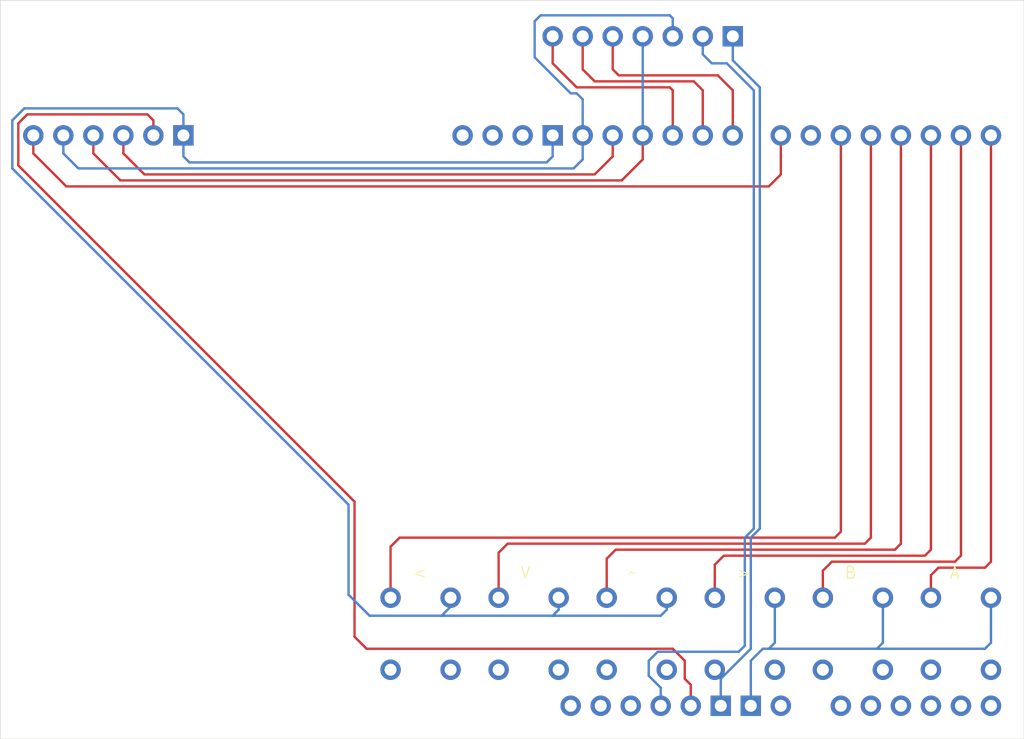
<source format=kicad_pcb>
(kicad_pcb (version 20221018) (generator pcbnew)
  (layers (0 "F.Cu" signal) (31 "B.Cu" signal) (34 "B.Paste" user) (35 "F.Paste" user) (36 "B.SilkS" user "B.Silkscreen") (37 "F.SilkS" user "F.Silkscreen") (38 "B.Mask" user) (39 "F.Mask" user) (44 "Edge.Cuts" user))
  (net 0 "")
  (footprint "" (layer "F.Cu") (at 166.116 117.856)
    (fp_text reference "" (at 0 0) (layer "F.SilkS") (effects (font (size 1.27 1.27))))
    (fp_text value "" (at 0 0) (layer "F.SilkS") (effects (font (size 1.27 1.27))))
    (pad "PB5_1" thru_hole oval (at 0 0) (size 1.7272 1.7272) (drill 1.016) (layers "*.Cu" "*.Mask"))
  )
  (footprint "" (layer "F.Cu") (at 147.828 117.856)
    (fp_text reference "" (at 0 0) (layer "F.SilkS") (effects (font (size 1.27 1.27))))
    (fp_text value "" (at 0 0) (layer "F.SilkS") (effects (font (size 1.27 1.27))))
    (pad "PB3_1" thru_hole oval (at 0 0) (size 1.7272 1.7272) (drill 1.016) (layers "*.Cu" "*.Mask"))
  )
  (footprint "" (layer "F.Cu") (at 150.876 70.358)
    (fp_text reference "" (at 0 0) (layer "F.SilkS") (effects (font (size 1.27 1.27))))
    (fp_text value "" (at 0 0) (layer "F.SilkS") (effects (font (size 1.27 1.27))))
    (pad "SDA" thru_hole oval (at 0 0) (size 1.7272 1.7272) (drill 1.016) (layers "*.Cu" "*.Mask"))
  )
  (footprint "" (layer "F.Cu") (at 112.014 78.74)
    (fp_text reference "" (at 0 0) (layer "F.SilkS") (effects (font (size 1.27 1.27))))
    (fp_text value "" (at 0 0) (layer "F.SilkS") (effects (font (size 1.27 1.27))))
    (pad "GND" thru_hole rect (at 0 0) (size 1.7272 1.7272) (drill 1.016) (layers "*.Cu" "*.Mask"))
  )
  (footprint "" (layer "F.Cu") (at 138.684 123.952)
    (fp_text reference "" (at 0 0) (layer "F.SilkS") (effects (font (size 1.27 1.27))))
    (fp_text value "" (at 0 0) (layer "F.SilkS") (effects (font (size 1.27 1.27))))
    (pad "PB2_3" thru_hole oval (at 0 0) (size 1.7272 1.7272) (drill 1.016) (layers "*.Cu" "*.Mask"))
  )
  (footprint "" (layer "F.Cu") (at 158.496 70.358)
    (fp_text reference "" (at 0 0) (layer "F.SilkS") (effects (font (size 1.27 1.27))))
    (fp_text value "" (at 0 0) (layer "F.SilkS") (effects (font (size 1.27 1.27))))
    (pad "GND" thru_hole rect (at 0 0) (size 1.7272 1.7272) (drill 1.016) (layers "*.Cu" "*.Mask"))
  )
  (footprint "" (layer "F.Cu") (at 153.416 70.358)
    (fp_text reference "" (at 0 0) (layer "F.SilkS") (effects (font (size 1.27 1.27))))
    (fp_text value "" (at 0 0) (layer "F.SilkS") (effects (font (size 1.27 1.27))))
    (pad "SCK" thru_hole oval (at 0 0) (size 1.7272 1.7272) (drill 1.016) (layers "*.Cu" "*.Mask"))
  )
  (footprint "" (layer "F.Cu") (at 109.474 78.74)
    (fp_text reference "" (at 0 0) (layer "F.SilkS") (effects (font (size 1.27 1.27))))
    (fp_text value "" (at 0 0) (layer "F.SilkS") (effects (font (size 1.27 1.27))))
    (pad "5V" thru_hole oval (at 0 0) (size 1.7272 1.7272) (drill 1.016) (layers "*.Cu" "*.Mask"))
  )
  (footprint "" (layer "F.Cu") (at 175.26 117.856)
    (fp_text reference "" (at 0 0) (layer "F.SilkS") (effects (font (size 1.27 1.27))))
    (fp_text value "" (at 0 0) (layer "F.SilkS") (effects (font (size 1.27 1.27))))
    (pad "PB6_1" thru_hole oval (at 0 0) (size 1.7272 1.7272) (drill 1.016) (layers "*.Cu" "*.Mask"))
  )
  (footprint "" (layer "F.Cu") (at 129.54 123.952)
    (fp_text reference "" (at 0 0) (layer "F.SilkS") (effects (font (size 1.27 1.27))))
    (fp_text value "" (at 0 0) (layer "F.SilkS") (effects (font (size 1.27 1.27))))
    (pad "PB1_3" thru_hole oval (at 0 0) (size 1.7272 1.7272) (drill 1.016) (layers "*.Cu" "*.Mask"))
  )
  (footprint "" (layer "F.Cu") (at 166.116 123.952)
    (fp_text reference "" (at 0 0) (layer "F.SilkS") (effects (font (size 1.27 1.27))))
    (fp_text value "" (at 0 0) (layer "F.SilkS") (effects (font (size 1.27 1.27))))
    (pad "PB5_3" thru_hole oval (at 0 0) (size 1.7272 1.7272) (drill 1.016) (layers "*.Cu" "*.Mask"))
  )
  (footprint "Arduino:Uno R4 WiFi MTT Shield" (layer "F.Cu") (at 116.84 129.54)
    (fp_text reference " " hide)
    (fp_text value " " hide)
    (pad "3V3" thru_hole oval (at 35.56 -2.54) (size 1.7272 1.7272) (drill 1.016) (layers "*.Cu" "*.Mask"))
    (pad "5V1" thru_hole oval (at 38.1 -2.54) (size 1.7272 1.7272) (drill 1.016) (layers "*.Cu" "*.Mask"))
    (pad "A0" thru_hole oval (at 50.8 -2.54) (size 1.7272 1.7272) (drill 1.016) (layers "*.Cu" "*.Mask"))
    (pad "A1" thru_hole oval (at 53.34 -2.54) (size 1.7272 1.7272) (drill 1.016) (layers "*.Cu" "*.Mask"))
    (pad "A2" thru_hole oval (at 55.88 -2.54) (size 1.7272 1.7272) (drill 1.016) (layers "*.Cu" "*.Mask"))
    (pad "A3" thru_hole oval (at 58.42 -2.54) (size 1.7272 1.7272) (drill 1.016) (layers "*.Cu" "*.Mask"))
    (pad "A4" thru_hole oval (at 60.96 -2.54) (size 1.7272 1.7272) (drill 1.016) (layers "*.Cu" "*.Mask"))
    (pad "A5" thru_hole oval (at 63.5 -2.54) (size 1.7272 1.7272) (drill 1.016) (layers "*.Cu" "*.Mask"))
    (pad "AREF" thru_hole oval (at 23.876 -50.8) (size 1.7272 1.7272) (drill 1.016) (layers "*.Cu" "*.Mask"))
    (pad "BOOT" thru_hole oval (at 27.94 -2.54) (size 1.7272 1.7272) (drill 1.016) (layers "*.Cu" "*.Mask"))
    (pad "D0" thru_hole oval (at 63.5 -50.8) (size 1.7272 1.7272) (drill 1.016) (layers "*.Cu" "*.Mask"))
    (pad "D1" thru_hole oval (at 60.96 -50.8) (size 1.7272 1.7272) (drill 1.016) (layers "*.Cu" "*.Mask"))
    (pad "D2" thru_hole oval (at 58.42 -50.8) (size 1.7272 1.7272) (drill 1.016) (layers "*.Cu" "*.Mask"))
    (pad "D3" thru_hole oval (at 55.88 -50.8) (size 1.7272 1.7272) (drill 1.016) (layers "*.Cu" "*.Mask"))
    (pad "D4" thru_hole oval (at 53.34 -50.8) (size 1.7272 1.7272) (drill 1.016) (layers "*.Cu" "*.Mask"))
    (pad "D5" thru_hole oval (at 50.8 -50.8) (size 1.7272 1.7272) (drill 1.016) (layers "*.Cu" "*.Mask"))
    (pad "D6" thru_hole oval (at 48.26 -50.8) (size 1.7272 1.7272) (drill 1.016) (layers "*.Cu" "*.Mask"))
    (pad "D7" thru_hole oval (at 45.72 -50.8) (size 1.7272 1.7272) (drill 1.016) (layers "*.Cu" "*.Mask"))
    (pad "D8" thru_hole oval (at 41.656 -50.8) (size 1.7272 1.7272) (drill 1.016) (layers "*.Cu" "*.Mask"))
    (pad "D9" thru_hole oval (at 39.116 -50.8) (size 1.7272 1.7272) (drill 1.016) (layers "*.Cu" "*.Mask"))
    (pad "D10" thru_hole oval (at 36.576 -50.8) (size 1.7272 1.7272) (drill 1.016) (layers "*.Cu" "*.Mask"))
    (pad "D11" thru_hole oval (at 34.036 -50.8) (size 1.7272 1.7272) (drill 1.016) (layers "*.Cu" "*.Mask"))
    (pad "D12" thru_hole oval (at 31.496 -50.8) (size 1.7272 1.7272) (drill 1.016) (layers "*.Cu" "*.Mask"))
    (pad "D13" thru_hole oval (at 28.956 -50.8) (size 1.7272 1.7272) (drill 1.016) (layers "*.Cu" "*.Mask"))
    (pad "GND1" thru_hole rect (at 26.416 -50.8) (size 1.7272 1.7272) (drill 1.016) (layers "*.Cu" "*.Mask"))
    (pad "GND2" thru_hole rect (at 40.64 -2.54) (size 1.7272 1.7272) (drill 1.016) (layers "*.Cu" "*.Mask"))
    (pad "GND3" thru_hole rect (at 43.18 -2.54) (size 1.7272 1.7272) (drill 1.016) (layers "*.Cu" "*.Mask"))
    (pad "IORF" thru_hole oval (at 30.48 -2.54) (size 1.7272 1.7272) (drill 1.016) (layers "*.Cu" "*.Mask"))
    (pad "RST1" thru_hole oval (at 33.02 -2.54) (size 1.7272 1.7272) (drill 1.016) (layers "*.Cu" "*.Mask"))
    (pad "SCL" thru_hole oval (at 18.796 -50.8) (size 1.7272 1.7272) (drill 1.016) (layers "*.Cu" "*.Mask"))
    (pad "SDA" thru_hole oval (at 21.336 -50.8) (size 1.7272 1.7272) (drill 1.016) (layers "*.Cu" "*.Mask"))
    (pad "VIN" thru_hole oval (at 45.72 -2.54) (size 1.7272 1.7272) (drill 1.016) (layers "*.Cu" "*.Mask"))
  )
  (footprint "" (layer "F.Cu") (at 134.62 117.856)
    (fp_text reference "" (at 0 0) (layer "F.SilkS") (effects (font (size 1.27 1.27))))
    (fp_text value "" (at 0 0) (layer "F.SilkS") (effects (font (size 1.27 1.27))))
    (pad "PB1_2" thru_hole oval (at 0 0) (size 1.7272 1.7272) (drill 1.016) (layers "*.Cu" "*.Mask"))
  )
  (footprint "" (layer "F.Cu") (at 155.956 70.358)
    (fp_text reference "" (at 0 0) (layer "F.SilkS") (effects (font (size 1.27 1.27))))
    (fp_text value "" (at 0 0) (layer "F.SilkS") (effects (font (size 1.27 1.27))))
    (pad "3V3" thru_hole oval (at 0 0) (size 1.7272 1.7272) (drill 1.016) (layers "*.Cu" "*.Mask"))
  )
  (footprint "" (layer "F.Cu") (at 106.934 78.74)
    (fp_text reference "" (at 0 0) (layer "F.SilkS") (effects (font (size 1.27 1.27))))
    (fp_text value "" (at 0 0) (layer "F.SilkS") (effects (font (size 1.27 1.27))))
    (pad "MISO" thru_hole oval (at 0 0) (size 1.7272 1.7272) (drill 1.016) (layers "*.Cu" "*.Mask"))
  )
  (footprint "" (layer "F.Cu") (at 143.256 70.358)
    (fp_text reference "" (at 0 0) (layer "F.SilkS") (effects (font (size 1.27 1.27))))
    (fp_text value "" (at 0 0) (layer "F.SilkS") (effects (font (size 1.27 1.27))))
    (pad "CS" thru_hole oval (at 0 0) (size 1.7272 1.7272) (drill 1.016) (layers "*.Cu" "*.Mask"))
  )
  (footprint "" (layer "F.Cu") (at 147.828 123.952)
    (fp_text reference "" (at 0 0) (layer "F.SilkS") (effects (font (size 1.27 1.27))))
    (fp_text value "" (at 0 0) (layer "F.SilkS") (effects (font (size 1.27 1.27))))
    (pad "PB3_3" thru_hole oval (at 0 0) (size 1.7272 1.7272) (drill 1.016) (layers "*.Cu" "*.Mask"))
  )
  (footprint "" (layer "F.Cu") (at 171.196 117.856)
    (fp_text reference "" (at 0 0) (layer "F.SilkS") (effects (font (size 1.27 1.27))))
    (fp_text value "" (at 0 0) (layer "F.SilkS") (effects (font (size 1.27 1.27))))
    (pad "PB5_2" thru_hole oval (at 0 0) (size 1.7272 1.7272) (drill 1.016) (layers "*.Cu" "*.Mask"))
  )
  (footprint "" (layer "F.Cu") (at 138.684 117.856)
    (fp_text reference "" (at 0 0) (layer "F.SilkS") (effects (font (size 1.27 1.27))))
    (fp_text value "" (at 0 0) (layer "F.SilkS") (effects (font (size 1.27 1.27))))
    (pad "PB2_1" thru_hole oval (at 0 0) (size 1.7272 1.7272) (drill 1.016) (layers "*.Cu" "*.Mask"))
  )
  (footprint "" (layer "F.Cu") (at 171.196 123.952)
    (fp_text reference "" (at 0 0) (layer "F.SilkS") (effects (font (size 1.27 1.27))))
    (fp_text value "" (at 0 0) (layer "F.SilkS") (effects (font (size 1.27 1.27))))
    (pad "PB5_4" thru_hole oval (at 0 0) (size 1.7272 1.7272) (drill 1.016) (layers "*.Cu" "*.Mask"))
  )
  (footprint "" (layer "F.Cu") (at 180.34 117.856)
    (fp_text reference "" (at 0 0) (layer "F.SilkS") (effects (font (size 1.27 1.27))))
    (fp_text value "" (at 0 0) (layer "F.SilkS") (effects (font (size 1.27 1.27))))
    (pad "PB6_2" thru_hole oval (at 0 0) (size 1.7272 1.7272) (drill 1.016) (layers "*.Cu" "*.Mask"))
  )
  (footprint "" (layer "F.Cu") (at 148.336 70.358)
    (fp_text reference "" (at 0 0) (layer "F.SilkS") (effects (font (size 1.27 1.27))))
    (fp_text value "" (at 0 0) (layer "F.SilkS") (effects (font (size 1.27 1.27))))
    (pad "RES" thru_hole oval (at 0 0) (size 1.7272 1.7272) (drill 1.016) (layers "*.Cu" "*.Mask"))
  )
  (footprint "" (layer "F.Cu") (at 134.62 123.952)
    (fp_text reference "" (at 0 0) (layer "F.SilkS") (effects (font (size 1.27 1.27))))
    (fp_text value "" (at 0 0) (layer "F.SilkS") (effects (font (size 1.27 1.27))))
    (pad "PB1_4" thru_hole oval (at 0 0) (size 1.7272 1.7272) (drill 1.016) (layers "*.Cu" "*.Mask"))
  )
  (footprint "" (layer "F.Cu") (at 162.052 123.952)
    (fp_text reference "" (at 0 0) (layer "F.SilkS") (effects (font (size 1.27 1.27))))
    (fp_text value "" (at 0 0) (layer "F.SilkS") (effects (font (size 1.27 1.27))))
    (pad "PB4_4" thru_hole oval (at 0 0) (size 1.7272 1.7272) (drill 1.016) (layers "*.Cu" "*.Mask"))
  )
  (footprint "" (layer "F.Cu") (at 129.54 117.856)
    (fp_text reference "" (at 0 0) (layer "F.SilkS") (effects (font (size 1.27 1.27))))
    (fp_text value "" (at 0 0) (layer "F.SilkS") (effects (font (size 1.27 1.27))))
    (pad "PB1_1" thru_hole oval (at 0 0) (size 1.7272 1.7272) (drill 1.016) (layers "*.Cu" "*.Mask"))
  )
  (footprint "" (layer "F.Cu") (at 152.908 117.856)
    (fp_text reference "" (at 0 0) (layer "F.SilkS") (effects (font (size 1.27 1.27))))
    (fp_text value "" (at 0 0) (layer "F.SilkS") (effects (font (size 1.27 1.27))))
    (pad "PB3_2" thru_hole oval (at 0 0) (size 1.7272 1.7272) (drill 1.016) (layers "*.Cu" "*.Mask"))
  )
  (footprint "" (layer "F.Cu") (at 156.972 117.856)
    (fp_text reference "" (at 0 0) (layer "F.SilkS") (effects (font (size 1.27 1.27))))
    (fp_text value "" (at 0 0) (layer "F.SilkS") (effects (font (size 1.27 1.27))))
    (pad "PB4_1" thru_hole oval (at 0 0) (size 1.7272 1.7272) (drill 1.016) (layers "*.Cu" "*.Mask"))
  )
  (footprint "" (layer "F.Cu") (at 162.052 117.856)
    (fp_text reference "" (at 0 0) (layer "F.SilkS") (effects (font (size 1.27 1.27))))
    (fp_text value "" (at 0 0) (layer "F.SilkS") (effects (font (size 1.27 1.27))))
    (pad "PB4_2" thru_hole oval (at 0 0) (size 1.7272 1.7272) (drill 1.016) (layers "*.Cu" "*.Mask"))
  )
  (footprint "" (layer "F.Cu") (at 104.394 78.74)
    (fp_text reference "" (at 0 0) (layer "F.SilkS") (effects (font (size 1.27 1.27))))
    (fp_text value "" (at 0 0) (layer "F.SilkS") (effects (font (size 1.27 1.27))))
    (pad "MOSI" thru_hole oval (at 0 0) (size 1.7272 1.7272) (drill 1.016) (layers "*.Cu" "*.Mask"))
  )
  (footprint "" (layer "F.Cu") (at 101.854 78.74)
    (fp_text reference "" (at 0 0) (layer "F.SilkS") (effects (font (size 1.27 1.27))))
    (fp_text value "" (at 0 0) (layer "F.SilkS") (effects (font (size 1.27 1.27))))
    (pad "SCK" thru_hole oval (at 0 0) (size 1.7272 1.7272) (drill 1.016) (layers "*.Cu" "*.Mask"))
  )
  (footprint "" (layer "F.Cu") (at 143.764 117.856)
    (fp_text reference "" (at 0 0) (layer "F.SilkS") (effects (font (size 1.27 1.27))))
    (fp_text value "" (at 0 0) (layer "F.SilkS") (effects (font (size 1.27 1.27))))
    (pad "PB2_2" thru_hole oval (at 0 0) (size 1.7272 1.7272) (drill 1.016) (layers "*.Cu" "*.Mask"))
  )
  (footprint "" (layer "F.Cu") (at 143.764 123.952)
    (fp_text reference "" (at 0 0) (layer "F.SilkS") (effects (font (size 1.27 1.27))))
    (fp_text value "" (at 0 0) (layer "F.SilkS") (effects (font (size 1.27 1.27))))
    (pad "PB2_4" thru_hole oval (at 0 0) (size 1.7272 1.7272) (drill 1.016) (layers "*.Cu" "*.Mask"))
  )
  (footprint "" (layer "F.Cu") (at 156.972 123.952)
    (fp_text reference "" (at 0 0) (layer "F.SilkS") (effects (font (size 1.27 1.27))))
    (fp_text value "" (at 0 0) (layer "F.SilkS") (effects (font (size 1.27 1.27))))
    (pad "PB4_3" thru_hole oval (at 0 0) (size 1.7272 1.7272) (drill 1.016) (layers "*.Cu" "*.Mask"))
  )
  (footprint "" (layer "F.Cu") (at 180.34 123.952)
    (fp_text reference "" (at 0 0) (layer "F.SilkS") (effects (font (size 1.27 1.27))))
    (fp_text value "" (at 0 0) (layer "F.SilkS") (effects (font (size 1.27 1.27))))
    (pad "PB6_4" thru_hole oval (at 0 0) (size 1.7272 1.7272) (drill 1.016) (layers "*.Cu" "*.Mask"))
  )
  (footprint "" (layer "F.Cu") (at 99.314 78.74)
    (fp_text reference "" (at 0 0) (layer "F.SilkS") (effects (font (size 1.27 1.27))))
    (fp_text value "" (at 0 0) (layer "F.SilkS") (effects (font (size 1.27 1.27))))
    (pad "CS" thru_hole oval (at 0 0) (size 1.7272 1.7272) (drill 1.016) (layers "*.Cu" "*.Mask"))
  )
  (footprint "" (layer "F.Cu") (at 152.908 123.952)
    (fp_text reference "" (at 0 0) (layer "F.SilkS") (effects (font (size 1.27 1.27))))
    (fp_text value "" (at 0 0) (layer "F.SilkS") (effects (font (size 1.27 1.27))))
    (pad "PB3_4" thru_hole oval (at 0 0) (size 1.7272 1.7272) (drill 1.016) (layers "*.Cu" "*.Mask"))
  )
  (footprint "" (layer "F.Cu") (at 145.796 70.358)
    (fp_text reference "" (at 0 0) (layer "F.SilkS") (effects (font (size 1.27 1.27))))
    (fp_text value "" (at 0 0) (layer "F.SilkS") (effects (font (size 1.27 1.27))))
    (pad "DC" thru_hole oval (at 0 0) (size 1.7272 1.7272) (drill 1.016) (layers "*.Cu" "*.Mask"))
  )
  (footprint "" (layer "F.Cu") (at 175.26 123.952)
    (fp_text reference "" (at 0 0) (layer "F.SilkS") (effects (font (size 1.27 1.27))))
    (fp_text value "" (at 0 0) (layer "F.SilkS") (effects (font (size 1.27 1.27))))
    (pad "PB6_3" thru_hole oval (at 0 0) (size 1.7272 1.7272) (drill 1.016) (layers "*.Cu" "*.Mask"))
  )
  (gr_line (start 183.134 129.794) (end 96.52 129.794) (stroke (width 0.05)) (layer "Edge.Cuts"))
  (gr_line (start 96.52 67.31) (end 183.134 67.31) (stroke (width 0.05)) (layer "Edge.Cuts"))
  (gr_line (start 96.52 129.794) (end 96.52 67.31) (stroke (width 0.05)) (layer "Edge.Cuts"))
  (gr_line (start 183.134 67.31) (end 183.134 129.794) (stroke (width 0.05)) (layer "Edge.Cuts"))
  (gr_text "A" (at 176.784 116.332) (layer "F.SilkS") (effects (font (size 1 1) (thickness 0.1)) (justify left bottom)))
  (gr_text "<" (at 131.318 116.332) (layer "F.SilkS") (effects (font (size 1 1) (thickness 0.1)) (justify left bottom)))
  (gr_text "V" (at 140.462 116.332) (layer "F.SilkS") (effects (font (size 1 1) (thickness 0.1)) (justify left bottom)))
  (gr_text "^" (at 149.606 116.84) (layer "F.SilkS") (effects (font (size 1 1) (thickness 0.1)) (justify left bottom)))
  (gr_text "B" (at 167.894 116.332) (layer "F.SilkS") (effects (font (size 1 1) (thickness 0.1)) (justify left bottom)))
  (gr_text ">" (at 158.75 116.332) (layer "F.SilkS") (effects (font (size 1 1) (thickness 0.1)) (justify left bottom)))
  (segment (start 167.132 112.776) (end 130.302 112.776) (width 0.2) (layer "F.Cu") (net 0))
  (segment (start 172.212 113.792) (end 148.59 113.792) (width 0.2) (layer "F.Cu") (net 0))
  (segment (start 153.162 74.676) (end 153.416 74.93) (width 0.2) (layer "F.Cu") (net 0))
  (segment (start 98.044 77.724) (end 98.044 81.28) (width 0.2) (layer "F.Cu") (net 0))
  (segment (start 148.844 73.66) (end 157.226 73.66) (width 0.2) (layer "F.Cu") (net 0))
  (segment (start 167.64 78.74) (end 167.64 112.268) (width 0.2) (layer "F.Cu") (net 0))
  (segment (start 166.116 115.57) (end 166.116 117.856) (width 0.2) (layer "F.Cu") (net 0))
  (segment (start 148.59 113.792) (end 147.828 114.554) (width 0.2) (layer "F.Cu") (net 0))
  (segment (start 162.56 82.042) (end 162.56 78.74) (width 0.2) (layer "F.Cu") (net 0))
  (segment (start 138.684 114.046) (end 138.684 117.856) (width 0.2) (layer "F.Cu") (net 0))
  (segment (start 180.34 114.808) (end 179.832 115.316) (width 0.2) (layer "F.Cu") (net 0))
  (segment (start 99.314 80.264) (end 102.108 83.058) (width 0.2) (layer "F.Cu") (net 0))
  (segment (start 175.26 115.951) (end 175.26 117.856) (width 0.2) (layer "F.Cu") (net 0))
  (segment (start 147.828 114.554) (end 147.828 117.856) (width 0.2) (layer "F.Cu") (net 0))
  (segment (start 98.044 81.28) (end 126.492 109.728) (width 0.2) (layer "F.Cu") (net 0))
  (segment (start 104.394 80.264) (end 106.68 82.55) (width 0.2) (layer "F.Cu") (net 0))
  (segment (start 177.292 114.808) (end 166.878 114.808) (width 0.2) (layer "F.Cu") (net 0))
  (segment (start 108.712 82.042) (end 146.812 82.042) (width 0.2) (layer "F.Cu") (net 0))
  (segment (start 143.256 72.644) (end 145.288 74.676) (width 0.2) (layer "F.Cu") (net 0))
  (segment (start 153.416 74.93) (end 153.416 78.74) (width 0.2) (layer "F.Cu") (net 0))
  (segment (start 127.508 122.174) (end 153.416 122.174) (width 0.2) (layer "F.Cu") (net 0))
  (segment (start 106.934 78.74) (end 106.934 80.264) (width 0.2) (layer "F.Cu") (net 0))
  (segment (start 172.72 113.284) (end 172.212 113.792) (width 0.2) (layer "F.Cu") (net 0))
  (segment (start 130.302 112.776) (end 129.54 113.538) (width 0.2) (layer "F.Cu") (net 0))
  (segment (start 154.432 124.714) (end 154.94 125.222) (width 0.2) (layer "F.Cu") (net 0))
  (segment (start 98.806 76.962) (end 98.044 77.724) (width 0.2) (layer "F.Cu") (net 0))
  (segment (start 145.796 70.358) (end 145.796 73.152) (width 0.2) (layer "F.Cu") (net 0))
  (segment (start 179.832 115.316) (end 175.895 115.316) (width 0.2) (layer "F.Cu") (net 0))
  (segment (start 146.812 82.042) (end 148.336 80.518) (width 0.2) (layer "F.Cu") (net 0))
  (segment (start 170.18 78.74) (end 170.18 112.776) (width 0.2) (layer "F.Cu") (net 0))
  (segment (start 154.432 123.19) (end 154.432 124.714) (width 0.2) (layer "F.Cu") (net 0))
  (segment (start 109.474 77.47) (end 108.966 76.962) (width 0.2) (layer "F.Cu") (net 0))
  (segment (start 170.18 112.776) (end 169.672 113.284) (width 0.2) (layer "F.Cu") (net 0))
  (segment (start 126.492 121.158) (end 127.508 122.174) (width 0.2) (layer "F.Cu") (net 0))
  (segment (start 148.336 73.152) (end 148.844 73.66) (width 0.2) (layer "F.Cu") (net 0))
  (segment (start 104.394 78.74) (end 104.394 80.264) (width 0.2) (layer "F.Cu") (net 0))
  (segment (start 154.94 125.222) (end 154.94 127) (width 0.2) (layer "F.Cu") (net 0))
  (segment (start 146.812 74.168) (end 155.194 74.168) (width 0.2) (layer "F.Cu") (net 0))
  (segment (start 175.26 113.792) (end 174.752 114.3) (width 0.2) (layer "F.Cu") (net 0))
  (segment (start 145.796 73.152) (end 146.812 74.168) (width 0.2) (layer "F.Cu") (net 0))
  (segment (start 149.098 82.55) (end 150.876 80.772) (width 0.2) (layer "F.Cu") (net 0))
  (segment (start 157.734 114.3) (end 156.972 115.062) (width 0.2) (layer "F.Cu") (net 0))
  (segment (start 153.416 122.174) (end 154.432 123.19) (width 0.2) (layer "F.Cu") (net 0))
  (segment (start 155.956 74.93) (end 155.956 78.74) (width 0.2) (layer "F.Cu") (net 0))
  (segment (start 148.336 80.518) (end 148.336 78.74) (width 0.2) (layer "F.Cu") (net 0))
  (segment (start 175.26 78.74) (end 175.26 113.792) (width 0.2) (layer "F.Cu") (net 0))
  (segment (start 150.876 80.772) (end 150.876 78.74) (width 0.2) (layer "F.Cu") (net 0))
  (segment (start 102.108 83.058) (end 161.544 83.058) (width 0.2) (layer "F.Cu") (net 0))
  (segment (start 174.752 114.3) (end 157.734 114.3) (width 0.2) (layer "F.Cu") (net 0))
  (segment (start 167.64 112.268) (end 167.132 112.776) (width 0.2) (layer "F.Cu") (net 0))
  (segment (start 169.672 113.284) (end 139.446 113.284) (width 0.2) (layer "F.Cu") (net 0))
  (segment (start 109.474 78.74) (end 109.474 77.47) (width 0.2) (layer "F.Cu") (net 0))
  (segment (start 143.256 70.358) (end 143.256 72.644) (width 0.2) (layer "F.Cu") (net 0))
  (segment (start 180.34 78.74) (end 180.34 114.808) (width 0.2) (layer "F.Cu") (net 0))
  (segment (start 177.8 114.3) (end 177.292 114.808) (width 0.2) (layer "F.Cu") (net 0))
  (segment (start 106.934 80.264) (end 108.712 82.042) (width 0.2) (layer "F.Cu") (net 0))
  (segment (start 161.544 83.058) (end 162.56 82.042) (width 0.2) (layer "F.Cu") (net 0))
  (segment (start 158.496 74.93) (end 158.496 78.74) (width 0.2) (layer "F.Cu") (net 0))
  (segment (start 155.194 74.168) (end 155.956 74.93) (width 0.2) (layer "F.Cu") (net 0))
  (segment (start 126.492 109.728) (end 126.492 121.158) (width 0.2) (layer "F.Cu") (net 0))
  (segment (start 157.226 73.66) (end 158.496 74.93) (width 0.2) (layer "F.Cu") (net 0))
  (segment (start 156.972 115.062) (end 156.972 117.856) (width 0.2) (layer "F.Cu") (net 0))
  (segment (start 108.966 76.962) (end 98.806 76.962) (width 0.2) (layer "F.Cu") (net 0))
  (segment (start 129.54 113.538) (end 129.54 117.856) (width 0.2) (layer "F.Cu") (net 0))
  (segment (start 139.446 113.284) (end 138.684 114.046) (width 0.2) (layer "F.Cu") (net 0))
  (segment (start 172.72 78.74) (end 172.72 113.284) (width 0.2) (layer "F.Cu") (net 0))
  (segment (start 99.314 78.74) (end 99.314 80.264) (width 0.2) (layer "F.Cu") (net 0))
  (segment (start 148.336 70.358) (end 148.336 73.152) (width 0.2) (layer "F.Cu") (net 0))
  (segment (start 145.288 74.676) (end 153.162 74.676) (width 0.2) (layer "F.Cu") (net 0))
  (segment (start 166.878 114.808) (end 166.116 115.57) (width 0.2) (layer "F.Cu") (net 0))
  (segment (start 106.68 82.55) (end 149.098 82.55) (width 0.2) (layer "F.Cu") (net 0))
  (segment (start 175.895 115.316) (end 175.26 115.951) (width 0.2) (layer "F.Cu") (net 0))
  (segment (start 177.8 78.74) (end 177.8 114.3) (width 0.2) (layer "F.Cu") (net 0))
  (segment (start 159.004 122.428) (end 159.512 121.92) (width 0.2) (layer "B.Cu") (net 0))
  (segment (start 179.832 122.174) (end 180.34 121.666) (width 0.2) (layer "B.Cu") (net 0))
  (segment (start 145.034 81.534) (end 145.796 80.772) (width 0.2) (layer "B.Cu") (net 0))
  (segment (start 160.782 112.014) (end 160.782 74.676) (width 0.2) (layer "B.Cu") (net 0))
  (segment (start 133.858 119.38) (end 143.256 119.38) (width 0.2) (layer "B.Cu") (net 0))
  (segment (start 180.34 121.666) (end 180.34 117.856) (width 0.2) (layer "B.Cu") (net 0))
  (segment (start 112.014 80.518) (end 112.522 81.026) (width 0.2) (layer "B.Cu") (net 0))
  (segment (start 112.014 76.962) (end 111.506 76.454) (width 0.2) (layer "B.Cu") (net 0))
  (segment (start 112.522 81.026) (end 142.748 81.026) (width 0.2) (layer "B.Cu") (net 0))
  (segment (start 153.416 70.358) (end 153.416 68.834) (width 0.2) (layer "B.Cu") (net 0))
  (segment (start 161.544 122.174) (end 170.688 122.174) (width 0.2) (layer "B.Cu") (net 0))
  (segment (start 153.162 68.58) (end 142.24 68.58) (width 0.2) (layer "B.Cu") (net 0))
  (segment (start 101.854 78.74) (end 101.854 80.264) (width 0.2) (layer "B.Cu") (net 0))
  (segment (start 160.782 74.676) (end 158.496 72.39) (width 0.2) (layer "B.Cu") (net 0))
  (segment (start 145.288 75.184) (end 145.796 75.692) (width 0.2) (layer "B.Cu") (net 0))
  (segment (start 112.014 78.74) (end 112.014 76.962) (width 0.2) (layer "B.Cu") (net 0))
  (segment (start 143.256 119.38) (end 143.764 118.872) (width 0.2) (layer "B.Cu") (net 0))
  (segment (start 101.854 80.264) (end 103.124 81.534) (width 0.2) (layer "B.Cu") (net 0))
  (segment (start 103.124 81.534) (end 145.034 81.534) (width 0.2) (layer "B.Cu") (net 0))
  (segment (start 133.858 119.38) (end 134.62 118.618) (width 0.2) (layer "B.Cu") (net 0))
  (segment (start 160.274 74.93) (end 157.988 72.644) (width 0.2) (layer "B.Cu") (net 0))
  (segment (start 142.748 81.026) (end 143.256 80.518) (width 0.2) (layer "B.Cu") (net 0))
  (segment (start 156.718 72.644) (end 155.956 71.882) (width 0.2) (layer "B.Cu") (net 0))
  (segment (start 125.984 109.982) (end 125.984 117.602) (width 0.2) (layer "B.Cu") (net 0))
  (segment (start 160.02 122.174) (end 160.02 112.776) (width 0.2) (layer "B.Cu") (net 0))
  (segment (start 150.876 70.358) (end 150.876 78.74) (width 0.2) (layer "B.Cu") (net 0))
  (segment (start 159.512 112.776) (end 160.274 112.014) (width 0.2) (layer "B.Cu") (net 0))
  (segment (start 144.78 75.184) (end 145.288 75.184) (width 0.2) (layer "B.Cu") (net 0))
  (segment (start 111.506 76.454) (end 98.552 76.454) (width 0.2) (layer "B.Cu") (net 0))
  (segment (start 153.416 68.834) (end 153.162 68.58) (width 0.2) (layer "B.Cu") (net 0))
  (segment (start 160.02 112.776) (end 160.782 112.014) (width 0.2) (layer "B.Cu") (net 0))
  (segment (start 155.956 71.882) (end 155.956 70.358) (width 0.2) (layer "B.Cu") (net 0))
  (segment (start 152.4 119.38) (end 152.908 118.872) (width 0.2) (layer "B.Cu") (net 0))
  (segment (start 145.796 80.772) (end 145.796 78.74) (width 0.2) (layer "B.Cu") (net 0))
  (segment (start 97.536 81.534) (end 125.984 109.982) (width 0.2) (layer "B.Cu") (net 0))
  (segment (start 160.02 123.19) (end 161.036 122.174) (width 0.2) (layer "B.Cu") (net 0))
  (segment (start 141.732 72.136) (end 144.78 75.184) (width 0.2) (layer "B.Cu") (net 0))
  (segment (start 161.036 122.174) (end 161.544 122.174) (width 0.2) (layer "B.Cu") (net 0))
  (segment (start 157.988 72.644) (end 156.718 72.644) (width 0.2) (layer "B.Cu") (net 0))
  (segment (start 162.052 121.666) (end 161.544 122.174) (width 0.2) (layer "B.Cu") (net 0))
  (segment (start 143.256 80.518) (end 143.256 78.74) (width 0.2) (layer "B.Cu") (net 0))
  (segment (start 152.146 122.428) (end 159.004 122.428) (width 0.2) (layer "B.Cu") (net 0))
  (segment (start 162.052 121.666) (end 162.052 117.856) (width 0.2) (layer "B.Cu") (net 0))
  (segment (start 171.196 121.666) (end 171.196 117.856) (width 0.2) (layer "B.Cu") (net 0))
  (segment (start 151.384 124.46) (end 151.384 123.19) (width 0.2) (layer "B.Cu") (net 0))
  (segment (start 160.274 112.014) (end 160.274 74.93) (width 0.2) (layer "B.Cu") (net 0))
  (segment (start 143.256 119.38) (end 152.4 119.38) (width 0.2) (layer "B.Cu") (net 0))
  (segment (start 145.796 75.692) (end 145.796 78.74) (width 0.2) (layer "B.Cu") (net 0))
  (segment (start 158.496 72.39) (end 158.496 70.358) (width 0.2) (layer "B.Cu") (net 0))
  (segment (start 160.02 127) (end 160.02 123.19) (width 0.2) (layer "B.Cu") (net 0))
  (segment (start 112.014 78.74) (end 112.014 80.518) (width 0.2) (layer "B.Cu") (net 0))
  (segment (start 158.496 70.358) (end 158.496 70.104) (width 0.2) (layer "B.Cu") (net 0))
  (segment (start 157.48 127) (end 157.48 124.714) (width 0.2) (layer "B.Cu") (net 0))
  (segment (start 159.512 121.92) (end 159.512 112.776) (width 0.2) (layer "B.Cu") (net 0))
  (segment (start 151.384 123.19) (end 152.146 122.428) (width 0.2) (layer "B.Cu") (net 0))
  (segment (start 141.732 69.088) (end 141.732 72.136) (width 0.2) (layer "B.Cu") (net 0))
  (segment (start 125.984 117.602) (end 127.762 119.38) (width 0.2) (layer "B.Cu") (net 0))
  (segment (start 97.536 77.47) (end 97.536 81.534) (width 0.2) (layer "B.Cu") (net 0))
  (segment (start 152.908 118.872) (end 152.908 117.856) (width 0.2) (layer "B.Cu") (net 0))
  (segment (start 142.24 68.58) (end 141.732 69.088) (width 0.2) (layer "B.Cu") (net 0))
  (segment (start 152.4 127) (end 152.4 125.476) (width 0.2) (layer "B.Cu") (net 0))
  (segment (start 127.762 119.38) (end 133.858 119.38) (width 0.2) (layer "B.Cu") (net 0))
  (segment (start 170.688 122.174) (end 179.832 122.174) (width 0.2) (layer "B.Cu") (net 0))
  (segment (start 143.764 118.872) (end 143.764 117.856) (width 0.2) (layer "B.Cu") (net 0))
  (segment (start 157.48 124.714) (end 160.02 122.174) (width 0.2) (layer "B.Cu") (net 0))
  (segment (start 134.62 118.618) (end 134.62 117.856) (width 0.2) (layer "B.Cu") (net 0))
  (segment (start 152.4 125.476) (end 151.384 124.46) (width 0.2) (layer "B.Cu") (net 0))
  (segment (start 98.552 76.454) (end 97.536 77.47) (width 0.2) (layer "B.Cu") (net 0))
  (segment (start 170.688 122.174) (end 171.196 121.666) (width 0.2) (layer "B.Cu") (net 0))
)
</source>
